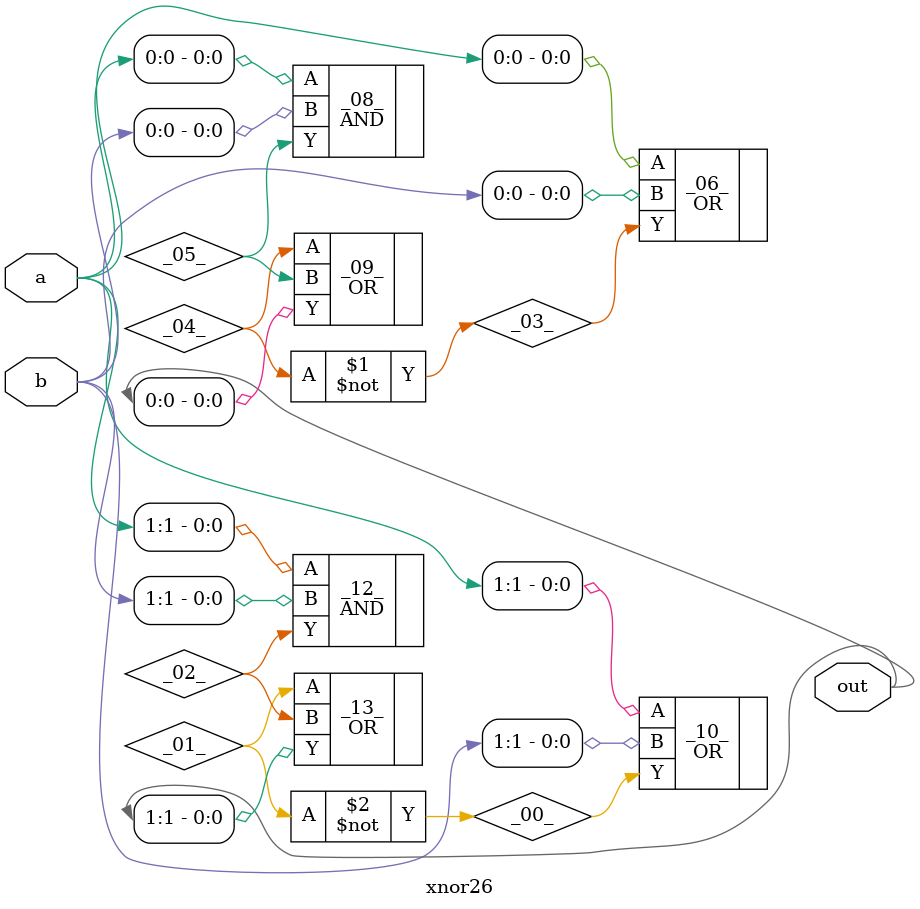
<source format=v>
/* Generated by Yosys 0.41+83 (git sha1 7045cf509, x86_64-w64-mingw32-g++ 13.2.1 -Os) */

/* cells_not_processed =  1  */
/* src = "xnor26.v:2.1-10.10" */
module xnor26(a, b, out);
  wire _00_;
  wire _01_;
  wire _02_;
  wire _03_;
  wire _04_;
  wire _05_;
  /* src = "xnor26.v:3.22-3.23" */
  input [1:0] a;
  wire [1:0] a;
  /* src = "xnor26.v:4.22-4.23" */
  input [1:0] b;
  wire [1:0] b;
  /* src = "xnor26.v:5.23-5.26" */
  output [1:0] out;
  wire [1:0] out;
  OR _06_ (
    .A(a[0]),
    .B(b[0]),
    .Y(_03_)
  );
  not _07_ (
    .A(_03_),
    .Y(_04_)
  );
  AND _08_ (
    .A(a[0]),
    .B(b[0]),
    .Y(_05_)
  );
  OR _09_ (
    .A(_04_),
    .B(_05_),
    .Y(out[0])
  );
  OR _10_ (
    .A(a[1]),
    .B(b[1]),
    .Y(_00_)
  );
  not _11_ (
    .A(_00_),
    .Y(_01_)
  );
  AND _12_ (
    .A(a[1]),
    .B(b[1]),
    .Y(_02_)
  );
  OR _13_ (
    .A(_01_),
    .B(_02_),
    .Y(out[1])
  );
endmodule

</source>
